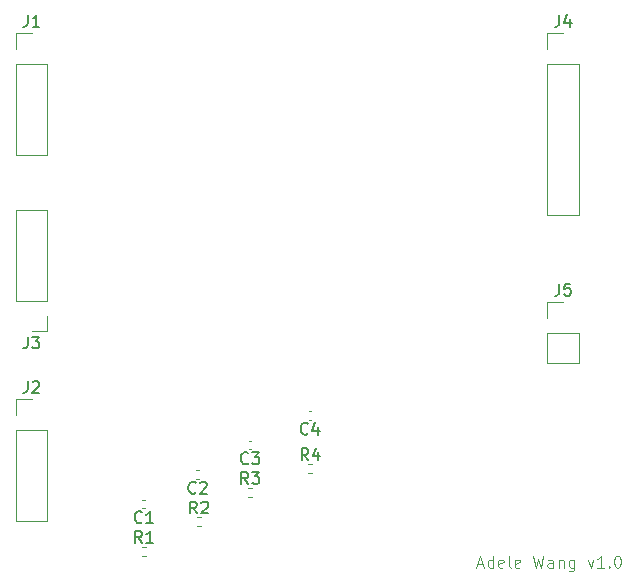
<source format=gbr>
%TF.GenerationSoftware,KiCad,Pcbnew,8.0.8*%
%TF.CreationDate,2025-02-10T02:06:15-08:00*%
%TF.ProjectId,514_FinalProject,3531345f-4669-46e6-916c-50726f6a6563,rev?*%
%TF.SameCoordinates,Original*%
%TF.FileFunction,Legend,Top*%
%TF.FilePolarity,Positive*%
%FSLAX46Y46*%
G04 Gerber Fmt 4.6, Leading zero omitted, Abs format (unit mm)*
G04 Created by KiCad (PCBNEW 8.0.8) date 2025-02-10 02:06:15*
%MOMM*%
%LPD*%
G01*
G04 APERTURE LIST*
%ADD10C,0.100000*%
%ADD11C,0.150000*%
%ADD12C,0.120000*%
G04 APERTURE END LIST*
D10*
X139756265Y-95586704D02*
X140232455Y-95586704D01*
X139661027Y-95872419D02*
X139994360Y-94872419D01*
X139994360Y-94872419D02*
X140327693Y-95872419D01*
X141089598Y-95872419D02*
X141089598Y-94872419D01*
X141089598Y-95824800D02*
X140994360Y-95872419D01*
X140994360Y-95872419D02*
X140803884Y-95872419D01*
X140803884Y-95872419D02*
X140708646Y-95824800D01*
X140708646Y-95824800D02*
X140661027Y-95777180D01*
X140661027Y-95777180D02*
X140613408Y-95681942D01*
X140613408Y-95681942D02*
X140613408Y-95396228D01*
X140613408Y-95396228D02*
X140661027Y-95300990D01*
X140661027Y-95300990D02*
X140708646Y-95253371D01*
X140708646Y-95253371D02*
X140803884Y-95205752D01*
X140803884Y-95205752D02*
X140994360Y-95205752D01*
X140994360Y-95205752D02*
X141089598Y-95253371D01*
X141946741Y-95824800D02*
X141851503Y-95872419D01*
X141851503Y-95872419D02*
X141661027Y-95872419D01*
X141661027Y-95872419D02*
X141565789Y-95824800D01*
X141565789Y-95824800D02*
X141518170Y-95729561D01*
X141518170Y-95729561D02*
X141518170Y-95348609D01*
X141518170Y-95348609D02*
X141565789Y-95253371D01*
X141565789Y-95253371D02*
X141661027Y-95205752D01*
X141661027Y-95205752D02*
X141851503Y-95205752D01*
X141851503Y-95205752D02*
X141946741Y-95253371D01*
X141946741Y-95253371D02*
X141994360Y-95348609D01*
X141994360Y-95348609D02*
X141994360Y-95443847D01*
X141994360Y-95443847D02*
X141518170Y-95539085D01*
X142565789Y-95872419D02*
X142470551Y-95824800D01*
X142470551Y-95824800D02*
X142422932Y-95729561D01*
X142422932Y-95729561D02*
X142422932Y-94872419D01*
X143327694Y-95824800D02*
X143232456Y-95872419D01*
X143232456Y-95872419D02*
X143041980Y-95872419D01*
X143041980Y-95872419D02*
X142946742Y-95824800D01*
X142946742Y-95824800D02*
X142899123Y-95729561D01*
X142899123Y-95729561D02*
X142899123Y-95348609D01*
X142899123Y-95348609D02*
X142946742Y-95253371D01*
X142946742Y-95253371D02*
X143041980Y-95205752D01*
X143041980Y-95205752D02*
X143232456Y-95205752D01*
X143232456Y-95205752D02*
X143327694Y-95253371D01*
X143327694Y-95253371D02*
X143375313Y-95348609D01*
X143375313Y-95348609D02*
X143375313Y-95443847D01*
X143375313Y-95443847D02*
X142899123Y-95539085D01*
X144470552Y-94872419D02*
X144708647Y-95872419D01*
X144708647Y-95872419D02*
X144899123Y-95158133D01*
X144899123Y-95158133D02*
X145089599Y-95872419D01*
X145089599Y-95872419D02*
X145327695Y-94872419D01*
X146137218Y-95872419D02*
X146137218Y-95348609D01*
X146137218Y-95348609D02*
X146089599Y-95253371D01*
X146089599Y-95253371D02*
X145994361Y-95205752D01*
X145994361Y-95205752D02*
X145803885Y-95205752D01*
X145803885Y-95205752D02*
X145708647Y-95253371D01*
X146137218Y-95824800D02*
X146041980Y-95872419D01*
X146041980Y-95872419D02*
X145803885Y-95872419D01*
X145803885Y-95872419D02*
X145708647Y-95824800D01*
X145708647Y-95824800D02*
X145661028Y-95729561D01*
X145661028Y-95729561D02*
X145661028Y-95634323D01*
X145661028Y-95634323D02*
X145708647Y-95539085D01*
X145708647Y-95539085D02*
X145803885Y-95491466D01*
X145803885Y-95491466D02*
X146041980Y-95491466D01*
X146041980Y-95491466D02*
X146137218Y-95443847D01*
X146613409Y-95205752D02*
X146613409Y-95872419D01*
X146613409Y-95300990D02*
X146661028Y-95253371D01*
X146661028Y-95253371D02*
X146756266Y-95205752D01*
X146756266Y-95205752D02*
X146899123Y-95205752D01*
X146899123Y-95205752D02*
X146994361Y-95253371D01*
X146994361Y-95253371D02*
X147041980Y-95348609D01*
X147041980Y-95348609D02*
X147041980Y-95872419D01*
X147946742Y-95205752D02*
X147946742Y-96015276D01*
X147946742Y-96015276D02*
X147899123Y-96110514D01*
X147899123Y-96110514D02*
X147851504Y-96158133D01*
X147851504Y-96158133D02*
X147756266Y-96205752D01*
X147756266Y-96205752D02*
X147613409Y-96205752D01*
X147613409Y-96205752D02*
X147518171Y-96158133D01*
X147946742Y-95824800D02*
X147851504Y-95872419D01*
X147851504Y-95872419D02*
X147661028Y-95872419D01*
X147661028Y-95872419D02*
X147565790Y-95824800D01*
X147565790Y-95824800D02*
X147518171Y-95777180D01*
X147518171Y-95777180D02*
X147470552Y-95681942D01*
X147470552Y-95681942D02*
X147470552Y-95396228D01*
X147470552Y-95396228D02*
X147518171Y-95300990D01*
X147518171Y-95300990D02*
X147565790Y-95253371D01*
X147565790Y-95253371D02*
X147661028Y-95205752D01*
X147661028Y-95205752D02*
X147851504Y-95205752D01*
X147851504Y-95205752D02*
X147946742Y-95253371D01*
X149089600Y-95205752D02*
X149327695Y-95872419D01*
X149327695Y-95872419D02*
X149565790Y-95205752D01*
X150470552Y-95872419D02*
X149899124Y-95872419D01*
X150184838Y-95872419D02*
X150184838Y-94872419D01*
X150184838Y-94872419D02*
X150089600Y-95015276D01*
X150089600Y-95015276D02*
X149994362Y-95110514D01*
X149994362Y-95110514D02*
X149899124Y-95158133D01*
X150899124Y-95777180D02*
X150946743Y-95824800D01*
X150946743Y-95824800D02*
X150899124Y-95872419D01*
X150899124Y-95872419D02*
X150851505Y-95824800D01*
X150851505Y-95824800D02*
X150899124Y-95777180D01*
X150899124Y-95777180D02*
X150899124Y-95872419D01*
X151565790Y-94872419D02*
X151661028Y-94872419D01*
X151661028Y-94872419D02*
X151756266Y-94920038D01*
X151756266Y-94920038D02*
X151803885Y-94967657D01*
X151803885Y-94967657D02*
X151851504Y-95062895D01*
X151851504Y-95062895D02*
X151899123Y-95253371D01*
X151899123Y-95253371D02*
X151899123Y-95491466D01*
X151899123Y-95491466D02*
X151851504Y-95681942D01*
X151851504Y-95681942D02*
X151803885Y-95777180D01*
X151803885Y-95777180D02*
X151756266Y-95824800D01*
X151756266Y-95824800D02*
X151661028Y-95872419D01*
X151661028Y-95872419D02*
X151565790Y-95872419D01*
X151565790Y-95872419D02*
X151470552Y-95824800D01*
X151470552Y-95824800D02*
X151422933Y-95777180D01*
X151422933Y-95777180D02*
X151375314Y-95681942D01*
X151375314Y-95681942D02*
X151327695Y-95491466D01*
X151327695Y-95491466D02*
X151327695Y-95253371D01*
X151327695Y-95253371D02*
X151375314Y-95062895D01*
X151375314Y-95062895D02*
X151422933Y-94967657D01*
X151422933Y-94967657D02*
X151470552Y-94920038D01*
X151470552Y-94920038D02*
X151565790Y-94872419D01*
D11*
X125400833Y-84519580D02*
X125353214Y-84567200D01*
X125353214Y-84567200D02*
X125210357Y-84614819D01*
X125210357Y-84614819D02*
X125115119Y-84614819D01*
X125115119Y-84614819D02*
X124972262Y-84567200D01*
X124972262Y-84567200D02*
X124877024Y-84471961D01*
X124877024Y-84471961D02*
X124829405Y-84376723D01*
X124829405Y-84376723D02*
X124781786Y-84186247D01*
X124781786Y-84186247D02*
X124781786Y-84043390D01*
X124781786Y-84043390D02*
X124829405Y-83852914D01*
X124829405Y-83852914D02*
X124877024Y-83757676D01*
X124877024Y-83757676D02*
X124972262Y-83662438D01*
X124972262Y-83662438D02*
X125115119Y-83614819D01*
X125115119Y-83614819D02*
X125210357Y-83614819D01*
X125210357Y-83614819D02*
X125353214Y-83662438D01*
X125353214Y-83662438D02*
X125400833Y-83710057D01*
X126257976Y-83948152D02*
X126257976Y-84614819D01*
X126019881Y-83567200D02*
X125781786Y-84281485D01*
X125781786Y-84281485D02*
X126400833Y-84281485D01*
X111333333Y-92019580D02*
X111285714Y-92067200D01*
X111285714Y-92067200D02*
X111142857Y-92114819D01*
X111142857Y-92114819D02*
X111047619Y-92114819D01*
X111047619Y-92114819D02*
X110904762Y-92067200D01*
X110904762Y-92067200D02*
X110809524Y-91971961D01*
X110809524Y-91971961D02*
X110761905Y-91876723D01*
X110761905Y-91876723D02*
X110714286Y-91686247D01*
X110714286Y-91686247D02*
X110714286Y-91543390D01*
X110714286Y-91543390D02*
X110761905Y-91352914D01*
X110761905Y-91352914D02*
X110809524Y-91257676D01*
X110809524Y-91257676D02*
X110904762Y-91162438D01*
X110904762Y-91162438D02*
X111047619Y-91114819D01*
X111047619Y-91114819D02*
X111142857Y-91114819D01*
X111142857Y-91114819D02*
X111285714Y-91162438D01*
X111285714Y-91162438D02*
X111333333Y-91210057D01*
X112285714Y-92114819D02*
X111714286Y-92114819D01*
X112000000Y-92114819D02*
X112000000Y-91114819D01*
X112000000Y-91114819D02*
X111904762Y-91257676D01*
X111904762Y-91257676D02*
X111809524Y-91352914D01*
X111809524Y-91352914D02*
X111714286Y-91400533D01*
X146666666Y-49084819D02*
X146666666Y-49799104D01*
X146666666Y-49799104D02*
X146619047Y-49941961D01*
X146619047Y-49941961D02*
X146523809Y-50037200D01*
X146523809Y-50037200D02*
X146380952Y-50084819D01*
X146380952Y-50084819D02*
X146285714Y-50084819D01*
X147571428Y-49418152D02*
X147571428Y-50084819D01*
X147333333Y-49037200D02*
X147095238Y-49751485D01*
X147095238Y-49751485D02*
X147714285Y-49751485D01*
X120333333Y-87019580D02*
X120285714Y-87067200D01*
X120285714Y-87067200D02*
X120142857Y-87114819D01*
X120142857Y-87114819D02*
X120047619Y-87114819D01*
X120047619Y-87114819D02*
X119904762Y-87067200D01*
X119904762Y-87067200D02*
X119809524Y-86971961D01*
X119809524Y-86971961D02*
X119761905Y-86876723D01*
X119761905Y-86876723D02*
X119714286Y-86686247D01*
X119714286Y-86686247D02*
X119714286Y-86543390D01*
X119714286Y-86543390D02*
X119761905Y-86352914D01*
X119761905Y-86352914D02*
X119809524Y-86257676D01*
X119809524Y-86257676D02*
X119904762Y-86162438D01*
X119904762Y-86162438D02*
X120047619Y-86114819D01*
X120047619Y-86114819D02*
X120142857Y-86114819D01*
X120142857Y-86114819D02*
X120285714Y-86162438D01*
X120285714Y-86162438D02*
X120333333Y-86210057D01*
X120666667Y-86114819D02*
X121285714Y-86114819D01*
X121285714Y-86114819D02*
X120952381Y-86495771D01*
X120952381Y-86495771D02*
X121095238Y-86495771D01*
X121095238Y-86495771D02*
X121190476Y-86543390D01*
X121190476Y-86543390D02*
X121238095Y-86591009D01*
X121238095Y-86591009D02*
X121285714Y-86686247D01*
X121285714Y-86686247D02*
X121285714Y-86924342D01*
X121285714Y-86924342D02*
X121238095Y-87019580D01*
X121238095Y-87019580D02*
X121190476Y-87067200D01*
X121190476Y-87067200D02*
X121095238Y-87114819D01*
X121095238Y-87114819D02*
X120809524Y-87114819D01*
X120809524Y-87114819D02*
X120714286Y-87067200D01*
X120714286Y-87067200D02*
X120666667Y-87019580D01*
X111333333Y-93784819D02*
X111000000Y-93308628D01*
X110761905Y-93784819D02*
X110761905Y-92784819D01*
X110761905Y-92784819D02*
X111142857Y-92784819D01*
X111142857Y-92784819D02*
X111238095Y-92832438D01*
X111238095Y-92832438D02*
X111285714Y-92880057D01*
X111285714Y-92880057D02*
X111333333Y-92975295D01*
X111333333Y-92975295D02*
X111333333Y-93118152D01*
X111333333Y-93118152D02*
X111285714Y-93213390D01*
X111285714Y-93213390D02*
X111238095Y-93261009D01*
X111238095Y-93261009D02*
X111142857Y-93308628D01*
X111142857Y-93308628D02*
X110761905Y-93308628D01*
X112285714Y-93784819D02*
X111714286Y-93784819D01*
X112000000Y-93784819D02*
X112000000Y-92784819D01*
X112000000Y-92784819D02*
X111904762Y-92927676D01*
X111904762Y-92927676D02*
X111809524Y-93022914D01*
X111809524Y-93022914D02*
X111714286Y-93070533D01*
X120333333Y-88784819D02*
X120000000Y-88308628D01*
X119761905Y-88784819D02*
X119761905Y-87784819D01*
X119761905Y-87784819D02*
X120142857Y-87784819D01*
X120142857Y-87784819D02*
X120238095Y-87832438D01*
X120238095Y-87832438D02*
X120285714Y-87880057D01*
X120285714Y-87880057D02*
X120333333Y-87975295D01*
X120333333Y-87975295D02*
X120333333Y-88118152D01*
X120333333Y-88118152D02*
X120285714Y-88213390D01*
X120285714Y-88213390D02*
X120238095Y-88261009D01*
X120238095Y-88261009D02*
X120142857Y-88308628D01*
X120142857Y-88308628D02*
X119761905Y-88308628D01*
X120666667Y-87784819D02*
X121285714Y-87784819D01*
X121285714Y-87784819D02*
X120952381Y-88165771D01*
X120952381Y-88165771D02*
X121095238Y-88165771D01*
X121095238Y-88165771D02*
X121190476Y-88213390D01*
X121190476Y-88213390D02*
X121238095Y-88261009D01*
X121238095Y-88261009D02*
X121285714Y-88356247D01*
X121285714Y-88356247D02*
X121285714Y-88594342D01*
X121285714Y-88594342D02*
X121238095Y-88689580D01*
X121238095Y-88689580D02*
X121190476Y-88737200D01*
X121190476Y-88737200D02*
X121095238Y-88784819D01*
X121095238Y-88784819D02*
X120809524Y-88784819D01*
X120809524Y-88784819D02*
X120714286Y-88737200D01*
X120714286Y-88737200D02*
X120666667Y-88689580D01*
X115998333Y-91284819D02*
X115665000Y-90808628D01*
X115426905Y-91284819D02*
X115426905Y-90284819D01*
X115426905Y-90284819D02*
X115807857Y-90284819D01*
X115807857Y-90284819D02*
X115903095Y-90332438D01*
X115903095Y-90332438D02*
X115950714Y-90380057D01*
X115950714Y-90380057D02*
X115998333Y-90475295D01*
X115998333Y-90475295D02*
X115998333Y-90618152D01*
X115998333Y-90618152D02*
X115950714Y-90713390D01*
X115950714Y-90713390D02*
X115903095Y-90761009D01*
X115903095Y-90761009D02*
X115807857Y-90808628D01*
X115807857Y-90808628D02*
X115426905Y-90808628D01*
X116379286Y-90380057D02*
X116426905Y-90332438D01*
X116426905Y-90332438D02*
X116522143Y-90284819D01*
X116522143Y-90284819D02*
X116760238Y-90284819D01*
X116760238Y-90284819D02*
X116855476Y-90332438D01*
X116855476Y-90332438D02*
X116903095Y-90380057D01*
X116903095Y-90380057D02*
X116950714Y-90475295D01*
X116950714Y-90475295D02*
X116950714Y-90570533D01*
X116950714Y-90570533D02*
X116903095Y-90713390D01*
X116903095Y-90713390D02*
X116331667Y-91284819D01*
X116331667Y-91284819D02*
X116950714Y-91284819D01*
X101666666Y-76324819D02*
X101666666Y-77039104D01*
X101666666Y-77039104D02*
X101619047Y-77181961D01*
X101619047Y-77181961D02*
X101523809Y-77277200D01*
X101523809Y-77277200D02*
X101380952Y-77324819D01*
X101380952Y-77324819D02*
X101285714Y-77324819D01*
X102047619Y-76324819D02*
X102666666Y-76324819D01*
X102666666Y-76324819D02*
X102333333Y-76705771D01*
X102333333Y-76705771D02*
X102476190Y-76705771D01*
X102476190Y-76705771D02*
X102571428Y-76753390D01*
X102571428Y-76753390D02*
X102619047Y-76801009D01*
X102619047Y-76801009D02*
X102666666Y-76896247D01*
X102666666Y-76896247D02*
X102666666Y-77134342D01*
X102666666Y-77134342D02*
X102619047Y-77229580D01*
X102619047Y-77229580D02*
X102571428Y-77277200D01*
X102571428Y-77277200D02*
X102476190Y-77324819D01*
X102476190Y-77324819D02*
X102190476Y-77324819D01*
X102190476Y-77324819D02*
X102095238Y-77277200D01*
X102095238Y-77277200D02*
X102047619Y-77229580D01*
X146666666Y-71849819D02*
X146666666Y-72564104D01*
X146666666Y-72564104D02*
X146619047Y-72706961D01*
X146619047Y-72706961D02*
X146523809Y-72802200D01*
X146523809Y-72802200D02*
X146380952Y-72849819D01*
X146380952Y-72849819D02*
X146285714Y-72849819D01*
X147619047Y-71849819D02*
X147142857Y-71849819D01*
X147142857Y-71849819D02*
X147095238Y-72326009D01*
X147095238Y-72326009D02*
X147142857Y-72278390D01*
X147142857Y-72278390D02*
X147238095Y-72230771D01*
X147238095Y-72230771D02*
X147476190Y-72230771D01*
X147476190Y-72230771D02*
X147571428Y-72278390D01*
X147571428Y-72278390D02*
X147619047Y-72326009D01*
X147619047Y-72326009D02*
X147666666Y-72421247D01*
X147666666Y-72421247D02*
X147666666Y-72659342D01*
X147666666Y-72659342D02*
X147619047Y-72754580D01*
X147619047Y-72754580D02*
X147571428Y-72802200D01*
X147571428Y-72802200D02*
X147476190Y-72849819D01*
X147476190Y-72849819D02*
X147238095Y-72849819D01*
X147238095Y-72849819D02*
X147142857Y-72802200D01*
X147142857Y-72802200D02*
X147095238Y-72754580D01*
X125430833Y-86784819D02*
X125097500Y-86308628D01*
X124859405Y-86784819D02*
X124859405Y-85784819D01*
X124859405Y-85784819D02*
X125240357Y-85784819D01*
X125240357Y-85784819D02*
X125335595Y-85832438D01*
X125335595Y-85832438D02*
X125383214Y-85880057D01*
X125383214Y-85880057D02*
X125430833Y-85975295D01*
X125430833Y-85975295D02*
X125430833Y-86118152D01*
X125430833Y-86118152D02*
X125383214Y-86213390D01*
X125383214Y-86213390D02*
X125335595Y-86261009D01*
X125335595Y-86261009D02*
X125240357Y-86308628D01*
X125240357Y-86308628D02*
X124859405Y-86308628D01*
X126287976Y-86118152D02*
X126287976Y-86784819D01*
X126049881Y-85737200D02*
X125811786Y-86451485D01*
X125811786Y-86451485D02*
X126430833Y-86451485D01*
X101666666Y-49084819D02*
X101666666Y-49799104D01*
X101666666Y-49799104D02*
X101619047Y-49941961D01*
X101619047Y-49941961D02*
X101523809Y-50037200D01*
X101523809Y-50037200D02*
X101380952Y-50084819D01*
X101380952Y-50084819D02*
X101285714Y-50084819D01*
X102666666Y-50084819D02*
X102095238Y-50084819D01*
X102380952Y-50084819D02*
X102380952Y-49084819D01*
X102380952Y-49084819D02*
X102285714Y-49227676D01*
X102285714Y-49227676D02*
X102190476Y-49322914D01*
X102190476Y-49322914D02*
X102095238Y-49370533D01*
X115900833Y-89519580D02*
X115853214Y-89567200D01*
X115853214Y-89567200D02*
X115710357Y-89614819D01*
X115710357Y-89614819D02*
X115615119Y-89614819D01*
X115615119Y-89614819D02*
X115472262Y-89567200D01*
X115472262Y-89567200D02*
X115377024Y-89471961D01*
X115377024Y-89471961D02*
X115329405Y-89376723D01*
X115329405Y-89376723D02*
X115281786Y-89186247D01*
X115281786Y-89186247D02*
X115281786Y-89043390D01*
X115281786Y-89043390D02*
X115329405Y-88852914D01*
X115329405Y-88852914D02*
X115377024Y-88757676D01*
X115377024Y-88757676D02*
X115472262Y-88662438D01*
X115472262Y-88662438D02*
X115615119Y-88614819D01*
X115615119Y-88614819D02*
X115710357Y-88614819D01*
X115710357Y-88614819D02*
X115853214Y-88662438D01*
X115853214Y-88662438D02*
X115900833Y-88710057D01*
X116281786Y-88710057D02*
X116329405Y-88662438D01*
X116329405Y-88662438D02*
X116424643Y-88614819D01*
X116424643Y-88614819D02*
X116662738Y-88614819D01*
X116662738Y-88614819D02*
X116757976Y-88662438D01*
X116757976Y-88662438D02*
X116805595Y-88710057D01*
X116805595Y-88710057D02*
X116853214Y-88805295D01*
X116853214Y-88805295D02*
X116853214Y-88900533D01*
X116853214Y-88900533D02*
X116805595Y-89043390D01*
X116805595Y-89043390D02*
X116234167Y-89614819D01*
X116234167Y-89614819D02*
X116853214Y-89614819D01*
X101666666Y-80084819D02*
X101666666Y-80799104D01*
X101666666Y-80799104D02*
X101619047Y-80941961D01*
X101619047Y-80941961D02*
X101523809Y-81037200D01*
X101523809Y-81037200D02*
X101380952Y-81084819D01*
X101380952Y-81084819D02*
X101285714Y-81084819D01*
X102095238Y-80180057D02*
X102142857Y-80132438D01*
X102142857Y-80132438D02*
X102238095Y-80084819D01*
X102238095Y-80084819D02*
X102476190Y-80084819D01*
X102476190Y-80084819D02*
X102571428Y-80132438D01*
X102571428Y-80132438D02*
X102619047Y-80180057D01*
X102619047Y-80180057D02*
X102666666Y-80275295D01*
X102666666Y-80275295D02*
X102666666Y-80370533D01*
X102666666Y-80370533D02*
X102619047Y-80513390D01*
X102619047Y-80513390D02*
X102047619Y-81084819D01*
X102047619Y-81084819D02*
X102666666Y-81084819D01*
D12*
%TO.C,C4*%
X125683335Y-82640000D02*
X125451665Y-82640000D01*
X125683335Y-83360000D02*
X125451665Y-83360000D01*
%TO.C,C1*%
X111615835Y-90140000D02*
X111384165Y-90140000D01*
X111615835Y-90860000D02*
X111384165Y-90860000D01*
%TO.C,J4*%
X145670000Y-50630000D02*
X147000000Y-50630000D01*
X145670000Y-51960000D02*
X145670000Y-50630000D01*
X145670000Y-53230000D02*
X145670000Y-65990000D01*
X145670000Y-53230000D02*
X148330000Y-53230000D01*
X145670000Y-65990000D02*
X148330000Y-65990000D01*
X148330000Y-53230000D02*
X148330000Y-65990000D01*
%TO.C,C3*%
X120615835Y-85140000D02*
X120384165Y-85140000D01*
X120615835Y-85860000D02*
X120384165Y-85860000D01*
%TO.C,R1*%
X111332379Y-94120000D02*
X111667621Y-94120000D01*
X111332379Y-94880000D02*
X111667621Y-94880000D01*
%TO.C,R3*%
X120332379Y-89120000D02*
X120667621Y-89120000D01*
X120332379Y-89880000D02*
X120667621Y-89880000D01*
%TO.C,R2*%
X115997379Y-91620000D02*
X116332621Y-91620000D01*
X115997379Y-92380000D02*
X116332621Y-92380000D01*
%TO.C,J3*%
X100670000Y-73270000D02*
X100670000Y-65590000D01*
X103330000Y-65590000D02*
X100670000Y-65590000D01*
X103330000Y-73270000D02*
X100670000Y-73270000D01*
X103330000Y-73270000D02*
X103330000Y-65590000D01*
X103330000Y-74540000D02*
X103330000Y-75870000D01*
X103330000Y-75870000D02*
X102000000Y-75870000D01*
%TO.C,J5*%
X145670000Y-73395000D02*
X147000000Y-73395000D01*
X145670000Y-74725000D02*
X145670000Y-73395000D01*
X145670000Y-75995000D02*
X145670000Y-78595000D01*
X145670000Y-75995000D02*
X148330000Y-75995000D01*
X145670000Y-78595000D02*
X148330000Y-78595000D01*
X148330000Y-75995000D02*
X148330000Y-78595000D01*
%TO.C,R4*%
X125429879Y-87120000D02*
X125765121Y-87120000D01*
X125429879Y-87880000D02*
X125765121Y-87880000D01*
%TO.C,J1*%
X100670000Y-50630000D02*
X102000000Y-50630000D01*
X100670000Y-51960000D02*
X100670000Y-50630000D01*
X100670000Y-53230000D02*
X100670000Y-60910000D01*
X100670000Y-53230000D02*
X103330000Y-53230000D01*
X100670000Y-60910000D02*
X103330000Y-60910000D01*
X103330000Y-53230000D02*
X103330000Y-60910000D01*
%TO.C,C2*%
X116183335Y-87640000D02*
X115951665Y-87640000D01*
X116183335Y-88360000D02*
X115951665Y-88360000D01*
%TO.C,J2*%
X100670000Y-81630000D02*
X102000000Y-81630000D01*
X100670000Y-82960000D02*
X100670000Y-81630000D01*
X100670000Y-84230000D02*
X100670000Y-91910000D01*
X100670000Y-84230000D02*
X103330000Y-84230000D01*
X100670000Y-91910000D02*
X103330000Y-91910000D01*
X103330000Y-84230000D02*
X103330000Y-91910000D01*
%TD*%
M02*

</source>
